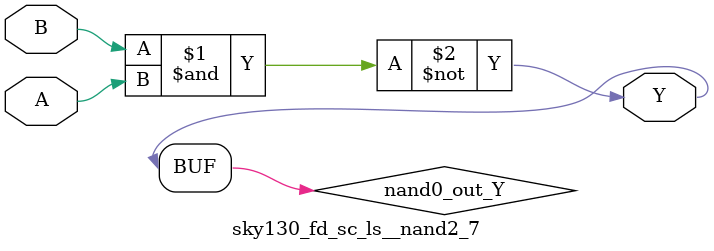
<source format=v>
module sky130_fd_sc_ls__nand2_7 (
    Y,
    A,
    B
);
    output Y;
    input  A;
    input  B;
    wire nand0_out_Y;
    nand nand0 (nand0_out_Y, B, A           );
    buf  buf0  (Y          , nand0_out_Y    );
endmodule
</source>
